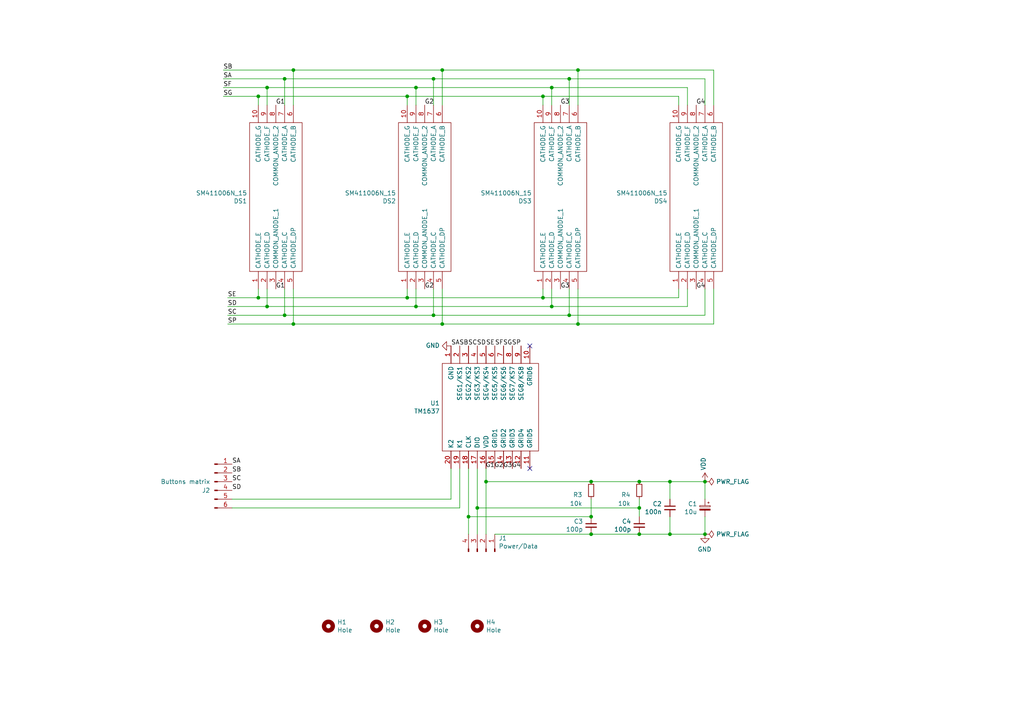
<source format=kicad_sch>
(kicad_sch (version 20211123) (generator eeschema)
  (paper "A4")
  (title_block (title "Inch digits compact") (date "2022-09-11") (rev "1"))
  (lib_symbols
    (symbol "Connector:Conn_01x04_Male" (pin_names (offset 1.016) hide)
      (property "Reference" "J" (at 0 5.08 0))
      (property "Value" "Conn_01x04_Male" (at 0 -7.62 0))
      (symbol "Conn_01x04_Male_1_1"
        (polyline (pts (xy 1.27 -5.08) (xy 0.8636 -5.08)) (stroke (width 0.1524)))
        (polyline (pts (xy 1.27 -2.54) (xy 0.8636 -2.54)) (stroke (width 0.1524)))
        (polyline (pts (xy 1.27 0) (xy 0.8636 0)) (stroke (width 0.1524)))
        (polyline (pts (xy 1.27 2.54) (xy 0.8636 2.54)) (stroke (width 0.1524)))
        (rectangle (start 0.8636 -4.953) (end 0 -5.207) (stroke (width 0.1524)) (fill (type outline)))
        (rectangle (start 0.8636 -2.413) (end 0 -2.667) (stroke (width 0.1524)) (fill (type outline)))
        (rectangle (start 0.8636 0.127) (end 0 -0.127) (stroke (width 0.1524)) (fill (type outline)))
        (rectangle (start 0.8636 2.667) (end 0 2.413) (stroke (width 0.1524)) (fill (type outline)))
        (pin passive line (at 5.08 2.54 180) (length 3.81) (name "Pin_1") (number "1"))
        (pin passive line (at 5.08 0 180) (length 3.81) (name "Pin_2") (number "2"))
        (pin passive line (at 5.08 -2.54 180) (length 3.81) (name "Pin_3") (number "3"))
        (pin passive line (at 5.08 -5.08 180) (length 3.81) (name "Pin_4") (number "4"))
      )
    )
    (symbol "Connector:Conn_01x06_Male" (pin_names (offset 1.016) hide)
      (property "Reference" "J" (at 0 7.62 0))
      (property "Value" "Conn_01x06_Male" (at 0 -10.16 0))
      (symbol "Conn_01x06_Male_1_1"
        (polyline (pts (xy 1.27 -7.62) (xy 0.8636 -7.62)) (stroke (width 0.1524)))
        (polyline (pts (xy 1.27 -5.08) (xy 0.8636 -5.08)) (stroke (width 0.1524)))
        (polyline (pts (xy 1.27 -2.54) (xy 0.8636 -2.54)) (stroke (width 0.1524)))
        (polyline (pts (xy 1.27 0) (xy 0.8636 0)) (stroke (width 0.1524)))
        (polyline (pts (xy 1.27 2.54) (xy 0.8636 2.54)) (stroke (width 0.1524)))
        (polyline (pts (xy 1.27 5.08) (xy 0.8636 5.08)) (stroke (width 0.1524)))
        (rectangle (start 0.8636 -7.493) (end 0 -7.747) (stroke (width 0.1524)) (fill (type outline)))
        (rectangle (start 0.8636 -4.953) (end 0 -5.207) (stroke (width 0.1524)) (fill (type outline)))
        (rectangle (start 0.8636 -2.413) (end 0 -2.667) (stroke (width 0.1524)) (fill (type outline)))
        (rectangle (start 0.8636 0.127) (end 0 -0.127) (stroke (width 0.1524)) (fill (type outline)))
        (rectangle (start 0.8636 2.667) (end 0 2.413) (stroke (width 0.1524)) (fill (type outline)))
        (rectangle (start 0.8636 5.207) (end 0 4.953) (stroke (width 0.1524)) (fill (type outline)))
        (pin passive line (at 5.08 5.08 180) (length 3.81) (name "Pin_1") (number "1"))
        (pin passive line (at 5.08 2.54 180) (length 3.81) (name "Pin_2") (number "2"))
        (pin passive line (at 5.08 0 180) (length 3.81) (name "Pin_3") (number "3"))
        (pin passive line (at 5.08 -2.54 180) (length 3.81) (name "Pin_4") (number "4"))
        (pin passive line (at 5.08 -5.08 180) (length 3.81) (name "Pin_5") (number "5"))
        (pin passive line (at 5.08 -7.62 180) (length 3.81) (name "Pin_6") (number "6"))
      )
    )
    (symbol "Device:C_Polarized_Small" (pin_numbers hide) (pin_names (offset 0.254) hide)
      (property "Reference" "C" (at 0.254 1.778 0))
      (property "Value" "C_Polarized_Small" (at 0.254 -2.032 0))
      (symbol "C_Polarized_Small_0_1"
        (rectangle (start -1.524 -0.3048) (end 1.524 -0.6858) (fill (type outline)))
        (rectangle (start -1.524 0.6858) (end 1.524 0.3048))
        (polyline (pts (xy -1.27 1.524) (xy -0.762 1.524)))
        (polyline (pts (xy -1.016 1.27) (xy -1.016 1.778)))
      )
      (symbol "C_Polarized_Small_1_1"
        (pin passive line (at 0 2.54 270) (length 1.8542) (name "~") (number "1"))
        (pin passive line (at 0 -2.54 90) (length 1.8542) (name "~") (number "2"))
      )
    )
    (symbol "Device:C_Small" (pin_numbers hide) (pin_names (offset 0.254) hide)
      (property "Reference" "C" (at 0.254 1.778 0))
      (property "Value" "C_Small" (at 0.254 -2.032 0))
      (symbol "C_Small_0_1"
        (polyline (pts (xy -1.524 -0.508) (xy 1.524 -0.508)) (stroke (width 0.3302)))
        (polyline (pts (xy -1.524 0.508) (xy 1.524 0.508)) (stroke (width 0.3048)))
      )
      (symbol "C_Small_1_1"
        (pin passive line (at 0 2.54 270) (length 2.032) (name "~") (number "1"))
        (pin passive line (at 0 -2.54 90) (length 2.032) (name "~") (number "2"))
      )
    )
    (symbol "Device:R_Small" (pin_numbers hide) (pin_names (offset 0.254) hide)
      (property "Reference" "R" (at 0.762 0.508 0))
      (property "Value" "R_Small" (at 0.762 -1.016 0))
      (symbol "R_Small_0_1"
        (rectangle (start -0.762 1.778) (end 0.762 -1.778) (stroke (width 0.2032)))
      )
      (symbol "R_Small_1_1"
        (pin passive line (at 0 2.54 270) (length 0.762) (name "~") (number "1"))
        (pin passive line (at 0 -2.54 90) (length 0.762) (name "~") (number "2"))
      )
    )
    (symbol "Ken:SM411006N_15" (pin_names (offset 0.762))
      (property "Reference" "DS" (at 49.53 7.62 0))
      (property "Value" "SM411006N_15" (at 49.53 5.08 0))
      (symbol "SM411006N_15_0_0"
        (pin input line (at 0 0 0) (length 5.08) (name "CATHODE_E") (number "1"))
        (pin input line (at 53.34 0 180) (length 5.08) (name "CATHODE_G") (number "10"))
        (pin input line (at 0 -2.54 0) (length 5.08) (name "CATHODE_D") (number "2"))
        (pin input line (at 0 -5.08 0) (length 5.08) (name "COMMON_ANODE_1") (number "3"))
        (pin input line (at 0 -7.62 0) (length 5.08) (name "CATHODE_C") (number "4"))
        (pin input line (at 0 -10.16 0) (length 5.08) (name "CATHODE_DP") (number "5"))
        (pin input line (at 53.34 -10.16 180) (length 5.08) (name "CATHODE_B") (number "6"))
        (pin input line (at 53.34 -7.62 180) (length 5.08) (name "CATHODE_A") (number "7"))
        (pin input line (at 53.34 -5.08 180) (length 5.08) (name "COMMON_ANODE_2") (number "8"))
        (pin input line (at 53.34 -2.54 180) (length 5.08) (name "CATHODE_F") (number "9"))
      )
      (symbol "SM411006N_15_0_1"
        (polyline (pts (xy 5.08 2.54) (xy 48.26 2.54) (xy 48.26 -12.7) (xy 5.08 -12.7) (xy 5.08 2.54)) (stroke (width 0.1524)))
      )
    )
    (symbol "Ken:TM1637" (pin_names (offset 0.762))
      (property "Reference" "IC" (at 31.75 7.62 0))
      (property "Value" "TM1637" (at 31.75 5.08 0))
      (symbol "TM1637_0_0"
        (pin power_in line (at 0 0 0) (length 5.08) (name "GND") (number "1"))
        (pin output line (at 0 -22.86 0) (length 5.08) (name "GRID6") (number "10"))
        (pin output line (at 35.56 -22.86 180) (length 5.08) (name "GRID5") (number "11"))
        (pin output line (at 35.56 -20.32 180) (length 5.08) (name "GRID4") (number "12"))
        (pin output line (at 35.56 -17.78 180) (length 5.08) (name "GRID3") (number "13"))
        (pin output line (at 35.56 -15.24 180) (length 5.08) (name "GRID2") (number "14"))
        (pin output line (at 35.56 -12.7 180) (length 5.08) (name "GRID1") (number "15"))
        (pin power_in line (at 35.56 -10.16 180) (length 5.08) (name "VDD") (number "16"))
        (pin input line (at 35.56 -7.62 180) (length 5.08) (name "DIO") (number "17"))
        (pin input line (at 35.56 -5.08 180) (length 5.08) (name "CLK") (number "18"))
        (pin input line (at 35.56 -2.54 180) (length 5.08) (name "K1") (number "19"))
        (pin output line (at 0 -2.54 0) (length 5.08) (name "SEG1/KS1") (number "2"))
        (pin input line (at 35.56 0 180) (length 5.08) (name "K2") (number "20"))
        (pin output line (at 0 -5.08 0) (length 5.08) (name "SEG2/KS2") (number "3"))
        (pin output line (at 0 -7.62 0) (length 5.08) (name "SEG3/KS3") (number "4"))
        (pin output line (at 0 -10.16 0) (length 5.08) (name "SEG4/KS4") (number "5"))
        (pin output line (at 0 -12.7 0) (length 5.08) (name "SEG5/KS5") (number "6"))
        (pin output line (at 0 -15.24 0) (length 5.08) (name "SEG6/KS6") (number "7"))
        (pin output line (at 0 -17.78 0) (length 5.08) (name "SEG7/KS7") (number "8"))
        (pin output line (at 0 -20.32 0) (length 5.08) (name "SEG8/KS8") (number "9"))
      )
      (symbol "TM1637_0_1"
        (polyline (pts (xy 5.08 2.54) (xy 30.48 2.54) (xy 30.48 -25.4) (xy 5.08 -25.4) (xy 5.08 2.54)) (stroke (width 0.1524)))
      )
    )
    (symbol "Mechanical:MountingHole" (pin_names (offset 1.016))
      (property "Reference" "H" (at 0 5.08 0))
      (property "Value" "MountingHole" (at 0 3.175 0))
      (symbol "MountingHole_0_1"
        (circle (center 0 0) (radius 1.27) (stroke (width 1.27)))
      )
    )
    (symbol "power:GND" (power) (pin_names (offset 0))
      (property "Value" "GND" (at 0 -3.81 0))
      (symbol "GND_0_1"
        (polyline (pts (xy 0 0) (xy 0 -1.27) (xy 1.27 -1.27) (xy 0 -2.54) (xy -1.27 -1.27) (xy 0 -1.27)))
      )
      (symbol "GND_1_1"
        (pin power_in line (at 0 0 270) (length 0) hide (name "GND") (number "1"))
      )
    )
    (symbol "power:PWR_FLAG" (power) (pin_numbers hide) (pin_names (offset 0) hide)
      (property "Value" "PWR_FLAG" (at 0 3.81 0))
      (symbol "PWR_FLAG_0_0"
        (pin power_out line (at 0 0 90) (length 0) (name "pwr") (number "1"))
      )
      (symbol "PWR_FLAG_0_1"
        (polyline (pts (xy 0 0) (xy 0 1.27) (xy -1.016 1.905) (xy 0 2.54) (xy 1.016 1.905) (xy 0 1.27)))
      )
    )
    (symbol "power:VDD" (power) (pin_names (offset 0))
      (property "Value" "VDD" (at 0 3.81 0))
      (symbol "VDD_0_1"
        (polyline (pts (xy -0.762 1.27) (xy 0 2.54)))
        (polyline (pts (xy 0 0) (xy 0 2.54)))
        (polyline (pts (xy 0 2.54) (xy 0.762 1.27)))
      )
      (symbol "VDD_1_1"
        (pin power_in line (at 0 0 90) (length 0) hide (name "VDD") (number "1"))
      )
    )
  )
  (junction (at 120.65 88.9))
  (junction (at 128.27 93.98))
  (junction (at 204.47 139.7))
  (junction (at 204.47 154.94))
  (junction (at 171.45 154.94))
  (junction (at 125.73 22.86))
  (junction (at 77.47 88.9))
  (junction (at 157.48 27.94))
  (junction (at 167.64 93.98))
  (junction (at 160.02 88.9))
  (junction (at 157.48 86.36))
  (junction (at 171.45 149.86))
  (junction (at 140.97 139.7))
  (junction (at 85.09 93.98))
  (junction (at 160.02 25.4))
  (junction (at 118.11 27.94))
  (junction (at 165.1 91.44))
  (junction (at 85.09 20.32))
  (junction (at 194.31 139.7))
  (junction (at 138.43 147.32))
  (junction (at 194.31 154.94))
  (junction (at 74.93 27.94))
  (junction (at 82.55 22.86))
  (junction (at 118.11 86.36))
  (junction (at 74.93 86.36))
  (junction (at 185.42 147.32))
  (junction (at 120.65 25.4))
  (junction (at 125.73 91.44))
  (junction (at 185.42 154.94))
  (junction (at 185.42 139.7))
  (junction (at 135.89 149.86))
  (junction (at 171.45 139.7))
  (junction (at 165.1 22.86))
  (junction (at 82.55 91.44))
  (junction (at 77.47 25.4))
  (junction (at 128.27 20.32))
  (junction (at 167.64 20.32))
  (no_connect (at 153.67 100.33))
  (no_connect (at 153.67 135.89))
  (wire (pts (xy 167.64 83.82) (xy 167.64 93.98)))
  (wire (pts (xy 204.47 149.86) (xy 204.47 154.94)))
  (wire (pts (xy 204.47 22.86) (xy 165.1 22.86)))
  (wire (pts (xy 196.85 27.94) (xy 157.48 27.94)))
  (wire (pts (xy 118.11 83.82) (xy 118.11 86.36)))
  (wire (pts (xy 207.01 93.98) (xy 167.64 93.98)))
  (wire (pts (xy 167.64 30.48) (xy 167.64 20.32)))
  (wire (pts (xy 120.65 30.48) (xy 120.65 25.4)))
  (wire (pts (xy 138.43 147.32) (xy 185.42 147.32)))
  (wire (pts (xy 140.97 135.89) (xy 140.97 139.7)))
  (wire (pts (xy 199.39 30.48) (xy 199.39 25.4)))
  (wire (pts (xy 185.42 139.7) (xy 194.31 139.7)))
  (wire (pts (xy 167.64 20.32) (xy 128.27 20.32)))
  (wire (pts (xy 138.43 154.94) (xy 138.43 147.32)))
  (wire (pts (xy 77.47 30.48) (xy 77.47 25.4)))
  (wire (pts (xy 125.73 91.44) (xy 82.55 91.44)))
  (wire (pts (xy 128.27 83.82) (xy 128.27 93.98)))
  (wire (pts (xy 125.73 22.86) (xy 82.55 22.86)))
  (wire (pts (xy 120.65 25.4) (xy 77.47 25.4)))
  (wire (pts (xy 160.02 88.9) (xy 120.65 88.9)))
  (wire (pts (xy 128.27 93.98) (xy 85.09 93.98)))
  (wire (pts (xy 171.45 139.7) (xy 185.42 139.7)))
  (wire (pts (xy 82.55 22.86) (xy 64.77 22.86)))
  (wire (pts (xy 118.11 30.48) (xy 118.11 27.94)))
  (wire (pts (xy 140.97 139.7) (xy 140.97 154.94)))
  (wire (pts (xy 85.09 30.48) (xy 85.09 20.32)))
  (wire (pts (xy 118.11 86.36) (xy 74.93 86.36)))
  (wire (pts (xy 74.93 86.36) (xy 66.04 86.36)))
  (wire (pts (xy 85.09 93.98) (xy 66.04 93.98)))
  (wire (pts (xy 157.48 30.48) (xy 157.48 27.94)))
  (wire (pts (xy 171.45 154.94) (xy 143.51 154.94)))
  (wire (pts (xy 207.01 20.32) (xy 167.64 20.32)))
  (wire (pts (xy 120.65 88.9) (xy 77.47 88.9)))
  (wire (pts (xy 74.93 83.82) (xy 74.93 86.36)))
  (wire (pts (xy 135.89 135.89) (xy 135.89 149.86)))
  (wire (pts (xy 77.47 83.82) (xy 77.47 88.9)))
  (wire (pts (xy 199.39 88.9) (xy 160.02 88.9)))
  (wire (pts (xy 160.02 30.48) (xy 160.02 25.4)))
  (wire (pts (xy 199.39 83.82) (xy 199.39 88.9)))
  (wire (pts (xy 118.11 27.94) (xy 74.93 27.94)))
  (wire (pts (xy 207.01 30.48) (xy 207.01 20.32)))
  (wire (pts (xy 185.42 147.32) (xy 185.42 149.86)))
  (wire (pts (xy 85.09 93.98) (xy 85.09 83.82)))
  (wire (pts (xy 204.47 139.7) (xy 204.47 144.78)))
  (wire (pts (xy 130.81 135.89) (xy 130.81 144.78)))
  (wire (pts (xy 77.47 25.4) (xy 64.77 25.4)))
  (wire (pts (xy 171.45 144.78) (xy 171.45 149.86)))
  (wire (pts (xy 165.1 22.86) (xy 125.73 22.86)))
  (wire (pts (xy 207.01 83.82) (xy 207.01 93.98)))
  (wire (pts (xy 135.89 149.86) (xy 171.45 149.86)))
  (wire (pts (xy 120.65 83.82) (xy 120.65 88.9)))
  (wire (pts (xy 128.27 20.32) (xy 85.09 20.32)))
  (wire (pts (xy 204.47 139.7) (xy 194.31 139.7)))
  (wire (pts (xy 204.47 91.44) (xy 165.1 91.44)))
  (wire (pts (xy 74.93 27.94) (xy 64.77 27.94)))
  (wire (pts (xy 199.39 25.4) (xy 160.02 25.4)))
  (wire (pts (xy 140.97 139.7) (xy 171.45 139.7)))
  (wire (pts (xy 165.1 30.48) (xy 165.1 22.86)))
  (wire (pts (xy 85.09 20.32) (xy 64.77 20.32)))
  (wire (pts (xy 196.85 83.82) (xy 196.85 86.36)))
  (wire (pts (xy 165.1 83.82) (xy 165.1 91.44)))
  (wire (pts (xy 125.73 30.48) (xy 125.73 22.86)))
  (wire (pts (xy 204.47 83.82) (xy 204.47 91.44)))
  (wire (pts (xy 135.89 154.94) (xy 135.89 149.86)))
  (wire (pts (xy 204.47 30.48) (xy 204.47 22.86)))
  (wire (pts (xy 185.42 147.32) (xy 185.42 144.78)))
  (wire (pts (xy 67.31 144.78) (xy 130.81 144.78)))
  (wire (pts (xy 160.02 83.82) (xy 160.02 88.9)))
  (wire (pts (xy 82.55 30.48) (xy 82.55 22.86)))
  (wire (pts (xy 77.47 88.9) (xy 66.04 88.9)))
  (wire (pts (xy 157.48 83.82) (xy 157.48 86.36)))
  (wire (pts (xy 138.43 135.89) (xy 138.43 147.32)))
  (wire (pts (xy 67.31 147.32) (xy 133.35 147.32)))
  (wire (pts (xy 171.45 154.94) (xy 185.42 154.94)))
  (wire (pts (xy 157.48 27.94) (xy 118.11 27.94)))
  (wire (pts (xy 133.35 135.89) (xy 133.35 147.32)))
  (wire (pts (xy 194.31 139.7) (xy 194.31 144.78)))
  (wire (pts (xy 82.55 83.82) (xy 82.55 91.44)))
  (wire (pts (xy 160.02 25.4) (xy 120.65 25.4)))
  (wire (pts (xy 82.55 91.44) (xy 66.04 91.44)))
  (wire (pts (xy 196.85 86.36) (xy 157.48 86.36)))
  (wire (pts (xy 128.27 30.48) (xy 128.27 20.32)))
  (wire (pts (xy 204.47 154.94) (xy 194.31 154.94)))
  (wire (pts (xy 194.31 149.86) (xy 194.31 154.94)))
  (wire (pts (xy 74.93 30.48) (xy 74.93 27.94)))
  (wire (pts (xy 157.48 86.36) (xy 118.11 86.36)))
  (wire (pts (xy 167.64 93.98) (xy 128.27 93.98)))
  (wire (pts (xy 185.42 154.94) (xy 194.31 154.94)))
  (wire (pts (xy 125.73 83.82) (xy 125.73 91.44)))
  (wire (pts (xy 196.85 30.48) (xy 196.85 27.94)))
  (wire (pts (xy 165.1 91.44) (xy 125.73 91.44)))
  (label "G1" (at 80.01 30.48 0))
  (label "SB" (at 67.31 137.16 0))
  (label "SB" (at 64.77 20.32 0))
  (label "G4" (at 201.93 83.82 0))
  (label "SE" (at 66.04 86.36 0))
  (label "SG" (at 148.59 100.33 180))
  (label "G4" (at 201.93 30.48 0))
  (label "SD" (at 66.04 88.9 0))
  (label "G2" (at 123.19 30.48 0))
  (label "G2" (at 146.05 135.89 180))
  (label "SG" (at 64.77 27.94 0))
  (label "G1" (at 80.01 83.82 0))
  (label "G2" (at 123.19 83.82 0))
  (label "SF" (at 64.77 25.4 0))
  (label "SF" (at 146.05 100.33 180))
  (label "SB" (at 135.89 100.33 180))
  (label "SC" (at 138.43 100.33 180))
  (label "G3" (at 148.59 135.89 180))
  (label "SP" (at 151.13 100.33 180))
  (label "SP" (at 66.04 93.98 0))
  (label "G3" (at 162.56 83.82 0))
  (label "SC" (at 66.04 91.44 0))
  (label "SE" (at 143.51 100.33 180))
  (label "SA" (at 67.31 134.62 0))
  (label "G1" (at 143.51 135.89 180))
  (label "SC" (at 67.31 139.7 0))
  (label "G4" (at 151.13 135.89 180))
  (label "SA" (at 133.35 100.33 180))
  (label "G3" (at 162.56 30.48 0))
  (label "SD" (at 67.31 142.24 0))
  (label "SD" (at 140.97 100.33 180))
  (label "SA" (at 64.77 22.86 0))
  (symbol (lib_id "Ken:TM1637") (at 130.81 100.33 90) (mirror x) (unit 1)
    (property "Reference" "U1" (at 127.5588 116.9416 90) (effects (justify left)))
    (property "Value" "TM1637" (at 127.5588 119.253 90) (effects (justify left)))
    (property "Footprint" "Package_SO:SO-20_12.8x7.5mm_P1.27mm" (effects hide))
    (property "Datasheet" "http://www.titanmec.com/index.php/en/project/download/id/302.html" (effects hide))
    (property "Description" "LED Drive Control Special Circuit" (effects hide))
    (property "Height" "4.31" (effects hide))
    (property "Manufacturer_Name" "TITAN MICRO ELECTRONICS" (effects hide))
    (property "Manufacturer_Part_Number" "TM1637" (effects hide))
  )
  (symbol (lib_id "Ken:SM411006N_15") (at 196.85 83.82 90) (unit 1)
    (property "Reference" "DS4" (at 193.5988 58.3184 90) (effects (justify left)))
    (property "Value" "SM411006N_15" (at 193.5988 56.007 90) (effects (justify left)))
    (property "Footprint" "Ken:DIPS3048W51P254L2400H1075Q10N" (effects hide))
    (property "Datasheet" "https://datasheet.lcsc.com/szlcsc/Wuxi-ARK-Tech-Elec-SM411006N-15_C252204.pdf" (effects hide))
    (property "Description" "Led Segment Display 1 1\\'\\'(25.4mm) Common Anode Red Through Hole RoHS" (effects hide))
    (property "Height" "10.75" (effects hide))
    (property "Manufacturer_Name" "Wuxi ARK Tech Elec" (effects hide))
    (property "Manufacturer_Part_Number" "SM411006N/15" (effects hide))
  )
  (symbol (lib_id "Ken:SM411006N_15") (at 157.48 83.82 90) (unit 1)
    (property "Reference" "DS3" (at 154.2288 58.3184 90) (effects (justify left)))
    (property "Value" "SM411006N_15" (at 154.2288 56.007 90) (effects (justify left)))
    (property "Footprint" "Ken:DIPS3048W51P254L2400H1075Q10N" (effects hide))
    (property "Datasheet" "https://datasheet.lcsc.com/szlcsc/Wuxi-ARK-Tech-Elec-SM411006N-15_C252204.pdf" (effects hide))
    (property "Description" "Led Segment Display 1 1\\'\\'(25.4mm) Common Anode Red Through Hole RoHS" (effects hide))
    (property "Height" "10.75" (effects hide))
    (property "Manufacturer_Name" "Wuxi ARK Tech Elec" (effects hide))
    (property "Manufacturer_Part_Number" "SM411006N/15" (effects hide))
  )
  (symbol (lib_id "Ken:SM411006N_15") (at 118.11 83.82 90) (unit 1)
    (property "Reference" "DS2" (at 114.8588 58.3184 90) (effects (justify left)))
    (property "Value" "SM411006N_15" (at 114.8588 56.007 90) (effects (justify left)))
    (property "Footprint" "Ken:DIPS3048W51P254L2400H1075Q10N" (effects hide))
    (property "Datasheet" "https://datasheet.lcsc.com/szlcsc/Wuxi-ARK-Tech-Elec-SM411006N-15_C252204.pdf" (effects hide))
    (property "Description" "Led Segment Display 1 1\\'\\'(25.4mm) Common Anode Red Through Hole RoHS" (effects hide))
    (property "Height" "10.75" (effects hide))
    (property "Manufacturer_Name" "Wuxi ARK Tech Elec" (effects hide))
    (property "Manufacturer_Part_Number" "SM411006N/15" (effects hide))
  )
  (symbol (lib_id "Ken:SM411006N_15") (at 74.93 83.82 90) (unit 1)
    (property "Reference" "DS1" (at 71.6788 58.3184 90) (effects (justify left)))
    (property "Value" "SM411006N_15" (at 71.6788 56.007 90) (effects (justify left)))
    (property "Footprint" "Ken:DIPS3048W51P254L2400H1075Q10N" (effects hide))
    (property "Datasheet" "https://datasheet.lcsc.com/szlcsc/Wuxi-ARK-Tech-Elec-SM411006N-15_C252204.pdf" (effects hide))
    (property "Description" "Led Segment Display 1 1\\'\\'(25.4mm) Common Anode Red Through Hole RoHS" (effects hide))
    (property "Height" "10.75" (effects hide))
    (property "Manufacturer_Name" "Wuxi ARK Tech Elec" (effects hide))
    (property "Manufacturer_Part_Number" "SM411006N/15" (effects hide))
  )
  (symbol (lib_id "Device:R_Small") (at 185.42 142.24 0) (mirror y) (unit 1)
    (property "Reference" "R4" (at 182.88 143.51 0) (effects (justify left)))
    (property "Value" "10k" (at 182.88 146.05 0) (effects (justify left)))
    (property "Footprint" "Resistor_SMD:R_0805_2012Metric_Pad1.20x1.40mm_HandSolder" (effects hide))
  )
  (symbol (lib_id "Device:R_Small") (at 171.45 142.24 0) (mirror y) (unit 1)
    (property "Reference" "R3" (at 168.91 143.51 0) (effects (justify left)))
    (property "Value" "10k" (at 168.91 146.05 0) (effects (justify left)))
    (property "Footprint" "Resistor_SMD:R_0805_2012Metric_Pad1.20x1.40mm_HandSolder" (effects hide))
  )
  (symbol (lib_id "Device:C_Small") (at 185.42 152.4 0) (mirror y) (unit 1)
    (property "Reference" "C4" (at 183.0832 151.2316 0) (effects (justify left)))
    (property "Value" "100p" (at 183.0832 153.543 0) (effects (justify left)))
    (property "Footprint" "Capacitor_SMD:C_0805_2012Metric_Pad1.18x1.45mm_HandSolder" (effects hide))
  )
  (symbol (lib_id "Device:C_Small") (at 171.45 152.4 0) (mirror y) (unit 1)
    (property "Reference" "C3" (at 169.1132 151.2316 0) (effects (justify left)))
    (property "Value" "100p" (at 169.1132 153.543 0) (effects (justify left)))
    (property "Footprint" "Capacitor_SMD:C_0805_2012Metric_Pad1.18x1.45mm_HandSolder" (effects hide))
  )
  (symbol (lib_id "Device:C_Polarized_Small") (at 204.47 147.32 0) (mirror y) (unit 1)
    (property "Reference" "C1" (at 202.2348 146.1516 0) (effects (justify left)))
    (property "Value" "10u" (at 202.2348 148.463 0) (effects (justify left)))
    (property "Footprint" "Capacitor_SMD:C_0805_2012Metric_Pad1.18x1.45mm_HandSolder" (effects hide))
  )
  (symbol (lib_id "Device:C_Small") (at 194.31 147.32 0) (mirror y) (unit 1)
    (property "Reference" "C2" (at 191.9732 146.1516 0) (effects (justify left)))
    (property "Value" "100n" (at 191.9732 148.463 0) (effects (justify left)))
    (property "Footprint" "Capacitor_SMD:C_0805_2012Metric_Pad1.18x1.45mm_HandSolder" (effects hide))
  )
  (symbol (lib_id "power:GND") (at 204.47 154.94 0) (mirror y) (unit 1)
    (property "Reference" "#PWR03" (effects hide))
    (property "Value" "GND" (at 204.343 159.3342 0))
  )
  (symbol (lib_id "power:PWR_FLAG") (at 204.47 154.94 270) (mirror x) (unit 1)
    (property "Reference" "#FLG02" (effects hide))
    (property "Value" "PWR_FLAG" (at 207.6958 154.94 90) (effects (justify left)))
  )
  (symbol (lib_id "power:PWR_FLAG") (at 204.47 139.7 270) (mirror x) (unit 1)
    (property "Reference" "#FLG01" (effects hide))
    (property "Value" "PWR_FLAG" (at 207.6958 139.7 90) (effects (justify left)))
  )
  (symbol (lib_id "power:VDD") (at 204.47 139.7 0) (mirror y) (unit 1)
    (property "Reference" "#PWR04" (effects hide))
    (property "Value" "VDD" (at 204.0128 136.4742 90) (effects (justify left)))
  )
  (symbol (lib_id "power:GND") (at 130.81 100.33 270) (mirror x) (unit 1)
    (property "Reference" "#PWR01" (effects hide))
    (property "Value" "GND" (at 127.5588 100.203 90) (effects (justify right)))
  )
  (symbol (lib_id "Connector:Conn_01x04_Male") (at 140.97 160.02 270) (mirror x) (unit 1)
    (property "Reference" "J1" (at 144.6276 156.1084 90) (effects (justify left)))
    (property "Value" "Power/Data" (at 144.6276 158.4198 90) (effects (justify left)))
    (property "Footprint" "Connector_PinHeader_2.54mm:PinHeader_1x04_P2.54mm_Horizontal" (effects hide))
  )
  (symbol (lib_id "Mechanical:MountingHole") (at 95.25 181.61 0) (unit 1)
    (property "Reference" "H1" (at 97.79 180.4416 0) (effects (justify left)))
    (property "Value" "Hole" (at 97.79 182.753 0) (effects (justify left)))
    (property "Footprint" "MountingHole:MountingHole_3.5mm" (effects hide))
  )
  (symbol (lib_id "Mechanical:MountingHole") (at 109.22 181.61 0) (unit 1)
    (property "Reference" "H2" (at 111.76 180.4416 0) (effects (justify left)))
    (property "Value" "Hole" (at 111.76 182.753 0) (effects (justify left)))
    (property "Footprint" "MountingHole:MountingHole_3.5mm" (effects hide))
  )
  (symbol (lib_id "Mechanical:MountingHole") (at 123.19 181.61 0) (unit 1)
    (property "Reference" "H3" (at 125.73 180.4416 0) (effects (justify left)))
    (property "Value" "Hole" (at 125.73 182.753 0) (effects (justify left)))
    (property "Footprint" "MountingHole:MountingHole_3.5mm" (effects hide))
  )
  (symbol (lib_id "Mechanical:MountingHole") (at 138.43 181.61 0) (unit 1)
    (property "Reference" "H4" (at 140.97 180.4416 0) (effects (justify left)))
    (property "Value" "Hole" (at 140.97 182.753 0) (effects (justify left)))
    (property "Footprint" "MountingHole:MountingHole_3.5mm" (effects hide))
  )
  (symbol (lib_id "Connector:Conn_01x06_Male") (at 62.23 139.7 0) (unit 1)
    (property "Reference" "J2" (at 60.96 142.2401 0) (effects (justify right)))
    (property "Value" "Buttons matrix" (at 60.96 139.7001 0) (effects (justify right)))
    (property "Footprint" "Connector_PinHeader_2.54mm:PinHeader_1x06_P2.54mm_Horizontal" (effects hide))
  )
)
</source>
